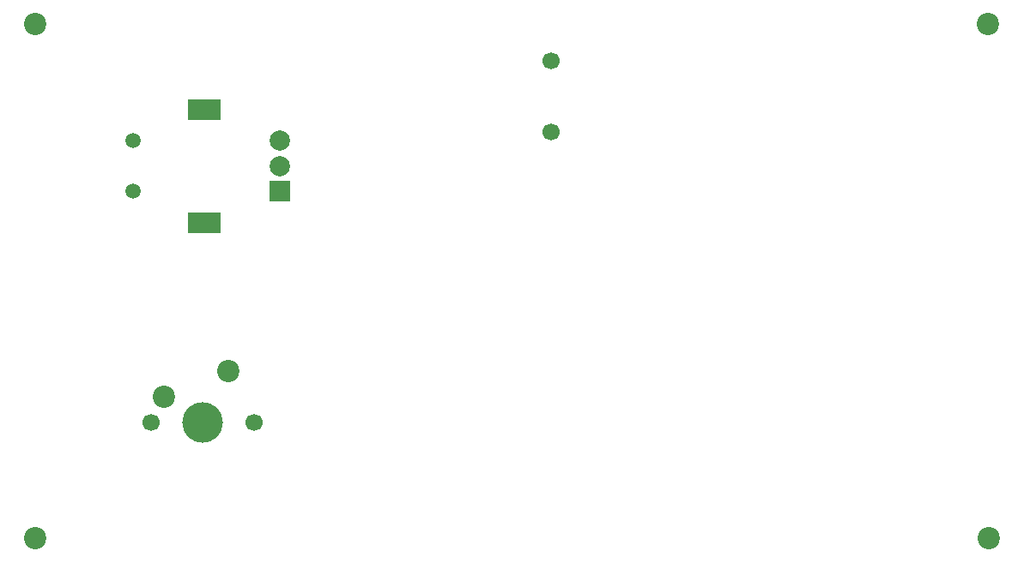
<source format=gts>
G04 #@! TF.GenerationSoftware,KiCad,Pcbnew,(5.1.7)-1*
G04 #@! TF.CreationDate,2021-04-25T15:55:36-07:00*
G04 #@! TF.ProjectId,daughter_board,64617567-6874-4657-925f-626f6172642e,rev?*
G04 #@! TF.SameCoordinates,Original*
G04 #@! TF.FileFunction,Soldermask,Top*
G04 #@! TF.FilePolarity,Negative*
%FSLAX46Y46*%
G04 Gerber Fmt 4.6, Leading zero omitted, Abs format (unit mm)*
G04 Created by KiCad (PCBNEW (5.1.7)-1) date 2021-04-25 15:55:36*
%MOMM*%
%LPD*%
G01*
G04 APERTURE LIST*
%ADD10C,2.200000*%
%ADD11C,4.000000*%
%ADD12C,1.700000*%
%ADD13C,1.500000*%
%ADD14R,3.200000X2.000000*%
%ADD15C,2.000000*%
%ADD16R,2.000000X2.000000*%
G04 APERTURE END LIST*
D10*
X127000000Y-119380000D03*
X221030800Y-119329200D03*
X220980000Y-68580000D03*
X127000000Y-68580000D03*
X146050000Y-102870000D03*
X139700000Y-105410000D03*
D11*
X143510000Y-107950000D03*
D12*
X138430000Y-107950000D03*
X148590000Y-107950000D03*
D13*
X136630000Y-80090000D03*
X136630000Y-85090000D03*
D14*
X143630000Y-76990000D03*
X143630000Y-88190000D03*
D15*
X151130000Y-80090000D03*
X151130000Y-82590000D03*
D16*
X151130000Y-85090000D03*
D12*
X177825400Y-72226100D03*
X177825400Y-79226100D03*
M02*

</source>
